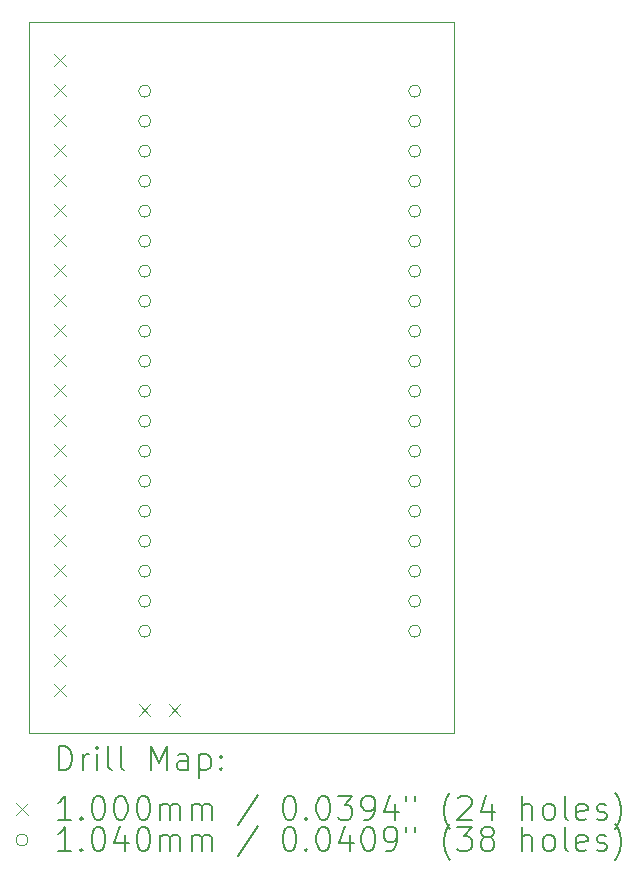
<source format=gbr>
%TF.GenerationSoftware,KiCad,Pcbnew,7.0.6*%
%TF.CreationDate,2024-02-26T11:52:17-05:00*%
%TF.ProjectId,CHESSmate CPU,43484553-536d-4617-9465-204350552e6b,rev?*%
%TF.SameCoordinates,Original*%
%TF.FileFunction,Drillmap*%
%TF.FilePolarity,Positive*%
%FSLAX45Y45*%
G04 Gerber Fmt 4.5, Leading zero omitted, Abs format (unit mm)*
G04 Created by KiCad (PCBNEW 7.0.6) date 2024-02-26 11:52:17*
%MOMM*%
%LPD*%
G01*
G04 APERTURE LIST*
%ADD10C,0.100000*%
%ADD11C,0.200000*%
%ADD12C,0.104000*%
G04 APERTURE END LIST*
D10*
X10910000Y-5411000D02*
X14513000Y-5411000D01*
X14513000Y-11431000D01*
X10910000Y-11431000D01*
X10910000Y-5411000D01*
D11*
D10*
X11125000Y-5687000D02*
X11225000Y-5787000D01*
X11225000Y-5687000D02*
X11125000Y-5787000D01*
X11125000Y-5941000D02*
X11225000Y-6041000D01*
X11225000Y-5941000D02*
X11125000Y-6041000D01*
X11125000Y-6195000D02*
X11225000Y-6295000D01*
X11225000Y-6195000D02*
X11125000Y-6295000D01*
X11125000Y-6449000D02*
X11225000Y-6549000D01*
X11225000Y-6449000D02*
X11125000Y-6549000D01*
X11125000Y-6703000D02*
X11225000Y-6803000D01*
X11225000Y-6703000D02*
X11125000Y-6803000D01*
X11125000Y-6957000D02*
X11225000Y-7057000D01*
X11225000Y-6957000D02*
X11125000Y-7057000D01*
X11125000Y-7211000D02*
X11225000Y-7311000D01*
X11225000Y-7211000D02*
X11125000Y-7311000D01*
X11125000Y-7465000D02*
X11225000Y-7565000D01*
X11225000Y-7465000D02*
X11125000Y-7565000D01*
X11125000Y-7719000D02*
X11225000Y-7819000D01*
X11225000Y-7719000D02*
X11125000Y-7819000D01*
X11125000Y-7973000D02*
X11225000Y-8073000D01*
X11225000Y-7973000D02*
X11125000Y-8073000D01*
X11125000Y-8227000D02*
X11225000Y-8327000D01*
X11225000Y-8227000D02*
X11125000Y-8327000D01*
X11125000Y-8481000D02*
X11225000Y-8581000D01*
X11225000Y-8481000D02*
X11125000Y-8581000D01*
X11125000Y-8735000D02*
X11225000Y-8835000D01*
X11225000Y-8735000D02*
X11125000Y-8835000D01*
X11125000Y-8989000D02*
X11225000Y-9089000D01*
X11225000Y-8989000D02*
X11125000Y-9089000D01*
X11125000Y-9243000D02*
X11225000Y-9343000D01*
X11225000Y-9243000D02*
X11125000Y-9343000D01*
X11125000Y-9497000D02*
X11225000Y-9597000D01*
X11225000Y-9497000D02*
X11125000Y-9597000D01*
X11125000Y-9751000D02*
X11225000Y-9851000D01*
X11225000Y-9751000D02*
X11125000Y-9851000D01*
X11125000Y-10005000D02*
X11225000Y-10105000D01*
X11225000Y-10005000D02*
X11125000Y-10105000D01*
X11125000Y-10259000D02*
X11225000Y-10359000D01*
X11225000Y-10259000D02*
X11125000Y-10359000D01*
X11125000Y-10513000D02*
X11225000Y-10613000D01*
X11225000Y-10513000D02*
X11125000Y-10613000D01*
X11125000Y-10767000D02*
X11225000Y-10867000D01*
X11225000Y-10767000D02*
X11125000Y-10867000D01*
X11125000Y-11021000D02*
X11225000Y-11121000D01*
X11225000Y-11021000D02*
X11125000Y-11121000D01*
X11840500Y-11188000D02*
X11940500Y-11288000D01*
X11940500Y-11188000D02*
X11840500Y-11288000D01*
X12094500Y-11188000D02*
X12194500Y-11288000D01*
X12194500Y-11188000D02*
X12094500Y-11288000D01*
D12*
X11944750Y-5999450D02*
G75*
G03*
X11944750Y-5999450I-52000J0D01*
G01*
X11944750Y-6253450D02*
G75*
G03*
X11944750Y-6253450I-52000J0D01*
G01*
X11944750Y-6507450D02*
G75*
G03*
X11944750Y-6507450I-52000J0D01*
G01*
X11944750Y-6761450D02*
G75*
G03*
X11944750Y-6761450I-52000J0D01*
G01*
X11944750Y-7015450D02*
G75*
G03*
X11944750Y-7015450I-52000J0D01*
G01*
X11944750Y-7269450D02*
G75*
G03*
X11944750Y-7269450I-52000J0D01*
G01*
X11944750Y-7523450D02*
G75*
G03*
X11944750Y-7523450I-52000J0D01*
G01*
X11944750Y-7777450D02*
G75*
G03*
X11944750Y-7777450I-52000J0D01*
G01*
X11944750Y-8031450D02*
G75*
G03*
X11944750Y-8031450I-52000J0D01*
G01*
X11944750Y-8285450D02*
G75*
G03*
X11944750Y-8285450I-52000J0D01*
G01*
X11944750Y-8539450D02*
G75*
G03*
X11944750Y-8539450I-52000J0D01*
G01*
X11944750Y-8793450D02*
G75*
G03*
X11944750Y-8793450I-52000J0D01*
G01*
X11944750Y-9047450D02*
G75*
G03*
X11944750Y-9047450I-52000J0D01*
G01*
X11944750Y-9301450D02*
G75*
G03*
X11944750Y-9301450I-52000J0D01*
G01*
X11944750Y-9555450D02*
G75*
G03*
X11944750Y-9555450I-52000J0D01*
G01*
X11944750Y-9809450D02*
G75*
G03*
X11944750Y-9809450I-52000J0D01*
G01*
X11944750Y-10063450D02*
G75*
G03*
X11944750Y-10063450I-52000J0D01*
G01*
X11944750Y-10317450D02*
G75*
G03*
X11944750Y-10317450I-52000J0D01*
G01*
X11944750Y-10571450D02*
G75*
G03*
X11944750Y-10571450I-52000J0D01*
G01*
X14230750Y-5999450D02*
G75*
G03*
X14230750Y-5999450I-52000J0D01*
G01*
X14230750Y-6253450D02*
G75*
G03*
X14230750Y-6253450I-52000J0D01*
G01*
X14230750Y-6507450D02*
G75*
G03*
X14230750Y-6507450I-52000J0D01*
G01*
X14230750Y-6761450D02*
G75*
G03*
X14230750Y-6761450I-52000J0D01*
G01*
X14230750Y-7015450D02*
G75*
G03*
X14230750Y-7015450I-52000J0D01*
G01*
X14230750Y-7269450D02*
G75*
G03*
X14230750Y-7269450I-52000J0D01*
G01*
X14230750Y-7523450D02*
G75*
G03*
X14230750Y-7523450I-52000J0D01*
G01*
X14230750Y-7777450D02*
G75*
G03*
X14230750Y-7777450I-52000J0D01*
G01*
X14230750Y-8031450D02*
G75*
G03*
X14230750Y-8031450I-52000J0D01*
G01*
X14230750Y-8285450D02*
G75*
G03*
X14230750Y-8285450I-52000J0D01*
G01*
X14230750Y-8539450D02*
G75*
G03*
X14230750Y-8539450I-52000J0D01*
G01*
X14230750Y-8793450D02*
G75*
G03*
X14230750Y-8793450I-52000J0D01*
G01*
X14230750Y-9047450D02*
G75*
G03*
X14230750Y-9047450I-52000J0D01*
G01*
X14230750Y-9301450D02*
G75*
G03*
X14230750Y-9301450I-52000J0D01*
G01*
X14230750Y-9555450D02*
G75*
G03*
X14230750Y-9555450I-52000J0D01*
G01*
X14230750Y-9809450D02*
G75*
G03*
X14230750Y-9809450I-52000J0D01*
G01*
X14230750Y-10063450D02*
G75*
G03*
X14230750Y-10063450I-52000J0D01*
G01*
X14230750Y-10317450D02*
G75*
G03*
X14230750Y-10317450I-52000J0D01*
G01*
X14230750Y-10571450D02*
G75*
G03*
X14230750Y-10571450I-52000J0D01*
G01*
D11*
X11165777Y-11747484D02*
X11165777Y-11547484D01*
X11165777Y-11547484D02*
X11213396Y-11547484D01*
X11213396Y-11547484D02*
X11241967Y-11557008D01*
X11241967Y-11557008D02*
X11261015Y-11576055D01*
X11261015Y-11576055D02*
X11270539Y-11595103D01*
X11270539Y-11595103D02*
X11280062Y-11633198D01*
X11280062Y-11633198D02*
X11280062Y-11661769D01*
X11280062Y-11661769D02*
X11270539Y-11699865D01*
X11270539Y-11699865D02*
X11261015Y-11718912D01*
X11261015Y-11718912D02*
X11241967Y-11737960D01*
X11241967Y-11737960D02*
X11213396Y-11747484D01*
X11213396Y-11747484D02*
X11165777Y-11747484D01*
X11365777Y-11747484D02*
X11365777Y-11614150D01*
X11365777Y-11652246D02*
X11375301Y-11633198D01*
X11375301Y-11633198D02*
X11384824Y-11623674D01*
X11384824Y-11623674D02*
X11403872Y-11614150D01*
X11403872Y-11614150D02*
X11422920Y-11614150D01*
X11489586Y-11747484D02*
X11489586Y-11614150D01*
X11489586Y-11547484D02*
X11480062Y-11557008D01*
X11480062Y-11557008D02*
X11489586Y-11566531D01*
X11489586Y-11566531D02*
X11499110Y-11557008D01*
X11499110Y-11557008D02*
X11489586Y-11547484D01*
X11489586Y-11547484D02*
X11489586Y-11566531D01*
X11613396Y-11747484D02*
X11594348Y-11737960D01*
X11594348Y-11737960D02*
X11584824Y-11718912D01*
X11584824Y-11718912D02*
X11584824Y-11547484D01*
X11718158Y-11747484D02*
X11699110Y-11737960D01*
X11699110Y-11737960D02*
X11689586Y-11718912D01*
X11689586Y-11718912D02*
X11689586Y-11547484D01*
X11946729Y-11747484D02*
X11946729Y-11547484D01*
X11946729Y-11547484D02*
X12013396Y-11690341D01*
X12013396Y-11690341D02*
X12080062Y-11547484D01*
X12080062Y-11547484D02*
X12080062Y-11747484D01*
X12261015Y-11747484D02*
X12261015Y-11642722D01*
X12261015Y-11642722D02*
X12251491Y-11623674D01*
X12251491Y-11623674D02*
X12232443Y-11614150D01*
X12232443Y-11614150D02*
X12194348Y-11614150D01*
X12194348Y-11614150D02*
X12175301Y-11623674D01*
X12261015Y-11737960D02*
X12241967Y-11747484D01*
X12241967Y-11747484D02*
X12194348Y-11747484D01*
X12194348Y-11747484D02*
X12175301Y-11737960D01*
X12175301Y-11737960D02*
X12165777Y-11718912D01*
X12165777Y-11718912D02*
X12165777Y-11699865D01*
X12165777Y-11699865D02*
X12175301Y-11680817D01*
X12175301Y-11680817D02*
X12194348Y-11671293D01*
X12194348Y-11671293D02*
X12241967Y-11671293D01*
X12241967Y-11671293D02*
X12261015Y-11661769D01*
X12356253Y-11614150D02*
X12356253Y-11814150D01*
X12356253Y-11623674D02*
X12375301Y-11614150D01*
X12375301Y-11614150D02*
X12413396Y-11614150D01*
X12413396Y-11614150D02*
X12432443Y-11623674D01*
X12432443Y-11623674D02*
X12441967Y-11633198D01*
X12441967Y-11633198D02*
X12451491Y-11652246D01*
X12451491Y-11652246D02*
X12451491Y-11709388D01*
X12451491Y-11709388D02*
X12441967Y-11728436D01*
X12441967Y-11728436D02*
X12432443Y-11737960D01*
X12432443Y-11737960D02*
X12413396Y-11747484D01*
X12413396Y-11747484D02*
X12375301Y-11747484D01*
X12375301Y-11747484D02*
X12356253Y-11737960D01*
X12537205Y-11728436D02*
X12546729Y-11737960D01*
X12546729Y-11737960D02*
X12537205Y-11747484D01*
X12537205Y-11747484D02*
X12527682Y-11737960D01*
X12527682Y-11737960D02*
X12537205Y-11728436D01*
X12537205Y-11728436D02*
X12537205Y-11747484D01*
X12537205Y-11623674D02*
X12546729Y-11633198D01*
X12546729Y-11633198D02*
X12537205Y-11642722D01*
X12537205Y-11642722D02*
X12527682Y-11633198D01*
X12527682Y-11633198D02*
X12537205Y-11623674D01*
X12537205Y-11623674D02*
X12537205Y-11642722D01*
D10*
X10805000Y-12026000D02*
X10905000Y-12126000D01*
X10905000Y-12026000D02*
X10805000Y-12126000D01*
D11*
X11270539Y-12167484D02*
X11156253Y-12167484D01*
X11213396Y-12167484D02*
X11213396Y-11967484D01*
X11213396Y-11967484D02*
X11194348Y-11996055D01*
X11194348Y-11996055D02*
X11175301Y-12015103D01*
X11175301Y-12015103D02*
X11156253Y-12024627D01*
X11356253Y-12148436D02*
X11365777Y-12157960D01*
X11365777Y-12157960D02*
X11356253Y-12167484D01*
X11356253Y-12167484D02*
X11346729Y-12157960D01*
X11346729Y-12157960D02*
X11356253Y-12148436D01*
X11356253Y-12148436D02*
X11356253Y-12167484D01*
X11489586Y-11967484D02*
X11508634Y-11967484D01*
X11508634Y-11967484D02*
X11527682Y-11977008D01*
X11527682Y-11977008D02*
X11537205Y-11986531D01*
X11537205Y-11986531D02*
X11546729Y-12005579D01*
X11546729Y-12005579D02*
X11556253Y-12043674D01*
X11556253Y-12043674D02*
X11556253Y-12091293D01*
X11556253Y-12091293D02*
X11546729Y-12129388D01*
X11546729Y-12129388D02*
X11537205Y-12148436D01*
X11537205Y-12148436D02*
X11527682Y-12157960D01*
X11527682Y-12157960D02*
X11508634Y-12167484D01*
X11508634Y-12167484D02*
X11489586Y-12167484D01*
X11489586Y-12167484D02*
X11470539Y-12157960D01*
X11470539Y-12157960D02*
X11461015Y-12148436D01*
X11461015Y-12148436D02*
X11451491Y-12129388D01*
X11451491Y-12129388D02*
X11441967Y-12091293D01*
X11441967Y-12091293D02*
X11441967Y-12043674D01*
X11441967Y-12043674D02*
X11451491Y-12005579D01*
X11451491Y-12005579D02*
X11461015Y-11986531D01*
X11461015Y-11986531D02*
X11470539Y-11977008D01*
X11470539Y-11977008D02*
X11489586Y-11967484D01*
X11680062Y-11967484D02*
X11699110Y-11967484D01*
X11699110Y-11967484D02*
X11718158Y-11977008D01*
X11718158Y-11977008D02*
X11727682Y-11986531D01*
X11727682Y-11986531D02*
X11737205Y-12005579D01*
X11737205Y-12005579D02*
X11746729Y-12043674D01*
X11746729Y-12043674D02*
X11746729Y-12091293D01*
X11746729Y-12091293D02*
X11737205Y-12129388D01*
X11737205Y-12129388D02*
X11727682Y-12148436D01*
X11727682Y-12148436D02*
X11718158Y-12157960D01*
X11718158Y-12157960D02*
X11699110Y-12167484D01*
X11699110Y-12167484D02*
X11680062Y-12167484D01*
X11680062Y-12167484D02*
X11661015Y-12157960D01*
X11661015Y-12157960D02*
X11651491Y-12148436D01*
X11651491Y-12148436D02*
X11641967Y-12129388D01*
X11641967Y-12129388D02*
X11632443Y-12091293D01*
X11632443Y-12091293D02*
X11632443Y-12043674D01*
X11632443Y-12043674D02*
X11641967Y-12005579D01*
X11641967Y-12005579D02*
X11651491Y-11986531D01*
X11651491Y-11986531D02*
X11661015Y-11977008D01*
X11661015Y-11977008D02*
X11680062Y-11967484D01*
X11870539Y-11967484D02*
X11889586Y-11967484D01*
X11889586Y-11967484D02*
X11908634Y-11977008D01*
X11908634Y-11977008D02*
X11918158Y-11986531D01*
X11918158Y-11986531D02*
X11927682Y-12005579D01*
X11927682Y-12005579D02*
X11937205Y-12043674D01*
X11937205Y-12043674D02*
X11937205Y-12091293D01*
X11937205Y-12091293D02*
X11927682Y-12129388D01*
X11927682Y-12129388D02*
X11918158Y-12148436D01*
X11918158Y-12148436D02*
X11908634Y-12157960D01*
X11908634Y-12157960D02*
X11889586Y-12167484D01*
X11889586Y-12167484D02*
X11870539Y-12167484D01*
X11870539Y-12167484D02*
X11851491Y-12157960D01*
X11851491Y-12157960D02*
X11841967Y-12148436D01*
X11841967Y-12148436D02*
X11832443Y-12129388D01*
X11832443Y-12129388D02*
X11822920Y-12091293D01*
X11822920Y-12091293D02*
X11822920Y-12043674D01*
X11822920Y-12043674D02*
X11832443Y-12005579D01*
X11832443Y-12005579D02*
X11841967Y-11986531D01*
X11841967Y-11986531D02*
X11851491Y-11977008D01*
X11851491Y-11977008D02*
X11870539Y-11967484D01*
X12022920Y-12167484D02*
X12022920Y-12034150D01*
X12022920Y-12053198D02*
X12032443Y-12043674D01*
X12032443Y-12043674D02*
X12051491Y-12034150D01*
X12051491Y-12034150D02*
X12080063Y-12034150D01*
X12080063Y-12034150D02*
X12099110Y-12043674D01*
X12099110Y-12043674D02*
X12108634Y-12062722D01*
X12108634Y-12062722D02*
X12108634Y-12167484D01*
X12108634Y-12062722D02*
X12118158Y-12043674D01*
X12118158Y-12043674D02*
X12137205Y-12034150D01*
X12137205Y-12034150D02*
X12165777Y-12034150D01*
X12165777Y-12034150D02*
X12184824Y-12043674D01*
X12184824Y-12043674D02*
X12194348Y-12062722D01*
X12194348Y-12062722D02*
X12194348Y-12167484D01*
X12289586Y-12167484D02*
X12289586Y-12034150D01*
X12289586Y-12053198D02*
X12299110Y-12043674D01*
X12299110Y-12043674D02*
X12318158Y-12034150D01*
X12318158Y-12034150D02*
X12346729Y-12034150D01*
X12346729Y-12034150D02*
X12365777Y-12043674D01*
X12365777Y-12043674D02*
X12375301Y-12062722D01*
X12375301Y-12062722D02*
X12375301Y-12167484D01*
X12375301Y-12062722D02*
X12384824Y-12043674D01*
X12384824Y-12043674D02*
X12403872Y-12034150D01*
X12403872Y-12034150D02*
X12432443Y-12034150D01*
X12432443Y-12034150D02*
X12451491Y-12043674D01*
X12451491Y-12043674D02*
X12461015Y-12062722D01*
X12461015Y-12062722D02*
X12461015Y-12167484D01*
X12851491Y-11957960D02*
X12680063Y-12215103D01*
X13108634Y-11967484D02*
X13127682Y-11967484D01*
X13127682Y-11967484D02*
X13146729Y-11977008D01*
X13146729Y-11977008D02*
X13156253Y-11986531D01*
X13156253Y-11986531D02*
X13165777Y-12005579D01*
X13165777Y-12005579D02*
X13175301Y-12043674D01*
X13175301Y-12043674D02*
X13175301Y-12091293D01*
X13175301Y-12091293D02*
X13165777Y-12129388D01*
X13165777Y-12129388D02*
X13156253Y-12148436D01*
X13156253Y-12148436D02*
X13146729Y-12157960D01*
X13146729Y-12157960D02*
X13127682Y-12167484D01*
X13127682Y-12167484D02*
X13108634Y-12167484D01*
X13108634Y-12167484D02*
X13089586Y-12157960D01*
X13089586Y-12157960D02*
X13080063Y-12148436D01*
X13080063Y-12148436D02*
X13070539Y-12129388D01*
X13070539Y-12129388D02*
X13061015Y-12091293D01*
X13061015Y-12091293D02*
X13061015Y-12043674D01*
X13061015Y-12043674D02*
X13070539Y-12005579D01*
X13070539Y-12005579D02*
X13080063Y-11986531D01*
X13080063Y-11986531D02*
X13089586Y-11977008D01*
X13089586Y-11977008D02*
X13108634Y-11967484D01*
X13261015Y-12148436D02*
X13270539Y-12157960D01*
X13270539Y-12157960D02*
X13261015Y-12167484D01*
X13261015Y-12167484D02*
X13251491Y-12157960D01*
X13251491Y-12157960D02*
X13261015Y-12148436D01*
X13261015Y-12148436D02*
X13261015Y-12167484D01*
X13394348Y-11967484D02*
X13413396Y-11967484D01*
X13413396Y-11967484D02*
X13432444Y-11977008D01*
X13432444Y-11977008D02*
X13441967Y-11986531D01*
X13441967Y-11986531D02*
X13451491Y-12005579D01*
X13451491Y-12005579D02*
X13461015Y-12043674D01*
X13461015Y-12043674D02*
X13461015Y-12091293D01*
X13461015Y-12091293D02*
X13451491Y-12129388D01*
X13451491Y-12129388D02*
X13441967Y-12148436D01*
X13441967Y-12148436D02*
X13432444Y-12157960D01*
X13432444Y-12157960D02*
X13413396Y-12167484D01*
X13413396Y-12167484D02*
X13394348Y-12167484D01*
X13394348Y-12167484D02*
X13375301Y-12157960D01*
X13375301Y-12157960D02*
X13365777Y-12148436D01*
X13365777Y-12148436D02*
X13356253Y-12129388D01*
X13356253Y-12129388D02*
X13346729Y-12091293D01*
X13346729Y-12091293D02*
X13346729Y-12043674D01*
X13346729Y-12043674D02*
X13356253Y-12005579D01*
X13356253Y-12005579D02*
X13365777Y-11986531D01*
X13365777Y-11986531D02*
X13375301Y-11977008D01*
X13375301Y-11977008D02*
X13394348Y-11967484D01*
X13527682Y-11967484D02*
X13651491Y-11967484D01*
X13651491Y-11967484D02*
X13584825Y-12043674D01*
X13584825Y-12043674D02*
X13613396Y-12043674D01*
X13613396Y-12043674D02*
X13632444Y-12053198D01*
X13632444Y-12053198D02*
X13641967Y-12062722D01*
X13641967Y-12062722D02*
X13651491Y-12081769D01*
X13651491Y-12081769D02*
X13651491Y-12129388D01*
X13651491Y-12129388D02*
X13641967Y-12148436D01*
X13641967Y-12148436D02*
X13632444Y-12157960D01*
X13632444Y-12157960D02*
X13613396Y-12167484D01*
X13613396Y-12167484D02*
X13556253Y-12167484D01*
X13556253Y-12167484D02*
X13537206Y-12157960D01*
X13537206Y-12157960D02*
X13527682Y-12148436D01*
X13746729Y-12167484D02*
X13784825Y-12167484D01*
X13784825Y-12167484D02*
X13803872Y-12157960D01*
X13803872Y-12157960D02*
X13813396Y-12148436D01*
X13813396Y-12148436D02*
X13832444Y-12119865D01*
X13832444Y-12119865D02*
X13841967Y-12081769D01*
X13841967Y-12081769D02*
X13841967Y-12005579D01*
X13841967Y-12005579D02*
X13832444Y-11986531D01*
X13832444Y-11986531D02*
X13822920Y-11977008D01*
X13822920Y-11977008D02*
X13803872Y-11967484D01*
X13803872Y-11967484D02*
X13765777Y-11967484D01*
X13765777Y-11967484D02*
X13746729Y-11977008D01*
X13746729Y-11977008D02*
X13737206Y-11986531D01*
X13737206Y-11986531D02*
X13727682Y-12005579D01*
X13727682Y-12005579D02*
X13727682Y-12053198D01*
X13727682Y-12053198D02*
X13737206Y-12072246D01*
X13737206Y-12072246D02*
X13746729Y-12081769D01*
X13746729Y-12081769D02*
X13765777Y-12091293D01*
X13765777Y-12091293D02*
X13803872Y-12091293D01*
X13803872Y-12091293D02*
X13822920Y-12081769D01*
X13822920Y-12081769D02*
X13832444Y-12072246D01*
X13832444Y-12072246D02*
X13841967Y-12053198D01*
X14013396Y-12034150D02*
X14013396Y-12167484D01*
X13965777Y-11957960D02*
X13918158Y-12100817D01*
X13918158Y-12100817D02*
X14041967Y-12100817D01*
X14108634Y-11967484D02*
X14108634Y-12005579D01*
X14184825Y-11967484D02*
X14184825Y-12005579D01*
X14480063Y-12243674D02*
X14470539Y-12234150D01*
X14470539Y-12234150D02*
X14451491Y-12205579D01*
X14451491Y-12205579D02*
X14441968Y-12186531D01*
X14441968Y-12186531D02*
X14432444Y-12157960D01*
X14432444Y-12157960D02*
X14422920Y-12110341D01*
X14422920Y-12110341D02*
X14422920Y-12072246D01*
X14422920Y-12072246D02*
X14432444Y-12024627D01*
X14432444Y-12024627D02*
X14441968Y-11996055D01*
X14441968Y-11996055D02*
X14451491Y-11977008D01*
X14451491Y-11977008D02*
X14470539Y-11948436D01*
X14470539Y-11948436D02*
X14480063Y-11938912D01*
X14546729Y-11986531D02*
X14556253Y-11977008D01*
X14556253Y-11977008D02*
X14575301Y-11967484D01*
X14575301Y-11967484D02*
X14622920Y-11967484D01*
X14622920Y-11967484D02*
X14641968Y-11977008D01*
X14641968Y-11977008D02*
X14651491Y-11986531D01*
X14651491Y-11986531D02*
X14661015Y-12005579D01*
X14661015Y-12005579D02*
X14661015Y-12024627D01*
X14661015Y-12024627D02*
X14651491Y-12053198D01*
X14651491Y-12053198D02*
X14537206Y-12167484D01*
X14537206Y-12167484D02*
X14661015Y-12167484D01*
X14832444Y-12034150D02*
X14832444Y-12167484D01*
X14784825Y-11957960D02*
X14737206Y-12100817D01*
X14737206Y-12100817D02*
X14861015Y-12100817D01*
X15089587Y-12167484D02*
X15089587Y-11967484D01*
X15175301Y-12167484D02*
X15175301Y-12062722D01*
X15175301Y-12062722D02*
X15165777Y-12043674D01*
X15165777Y-12043674D02*
X15146730Y-12034150D01*
X15146730Y-12034150D02*
X15118158Y-12034150D01*
X15118158Y-12034150D02*
X15099110Y-12043674D01*
X15099110Y-12043674D02*
X15089587Y-12053198D01*
X15299110Y-12167484D02*
X15280063Y-12157960D01*
X15280063Y-12157960D02*
X15270539Y-12148436D01*
X15270539Y-12148436D02*
X15261015Y-12129388D01*
X15261015Y-12129388D02*
X15261015Y-12072246D01*
X15261015Y-12072246D02*
X15270539Y-12053198D01*
X15270539Y-12053198D02*
X15280063Y-12043674D01*
X15280063Y-12043674D02*
X15299110Y-12034150D01*
X15299110Y-12034150D02*
X15327682Y-12034150D01*
X15327682Y-12034150D02*
X15346730Y-12043674D01*
X15346730Y-12043674D02*
X15356253Y-12053198D01*
X15356253Y-12053198D02*
X15365777Y-12072246D01*
X15365777Y-12072246D02*
X15365777Y-12129388D01*
X15365777Y-12129388D02*
X15356253Y-12148436D01*
X15356253Y-12148436D02*
X15346730Y-12157960D01*
X15346730Y-12157960D02*
X15327682Y-12167484D01*
X15327682Y-12167484D02*
X15299110Y-12167484D01*
X15480063Y-12167484D02*
X15461015Y-12157960D01*
X15461015Y-12157960D02*
X15451491Y-12138912D01*
X15451491Y-12138912D02*
X15451491Y-11967484D01*
X15632444Y-12157960D02*
X15613396Y-12167484D01*
X15613396Y-12167484D02*
X15575301Y-12167484D01*
X15575301Y-12167484D02*
X15556253Y-12157960D01*
X15556253Y-12157960D02*
X15546730Y-12138912D01*
X15546730Y-12138912D02*
X15546730Y-12062722D01*
X15546730Y-12062722D02*
X15556253Y-12043674D01*
X15556253Y-12043674D02*
X15575301Y-12034150D01*
X15575301Y-12034150D02*
X15613396Y-12034150D01*
X15613396Y-12034150D02*
X15632444Y-12043674D01*
X15632444Y-12043674D02*
X15641968Y-12062722D01*
X15641968Y-12062722D02*
X15641968Y-12081769D01*
X15641968Y-12081769D02*
X15546730Y-12100817D01*
X15718158Y-12157960D02*
X15737206Y-12167484D01*
X15737206Y-12167484D02*
X15775301Y-12167484D01*
X15775301Y-12167484D02*
X15794349Y-12157960D01*
X15794349Y-12157960D02*
X15803872Y-12138912D01*
X15803872Y-12138912D02*
X15803872Y-12129388D01*
X15803872Y-12129388D02*
X15794349Y-12110341D01*
X15794349Y-12110341D02*
X15775301Y-12100817D01*
X15775301Y-12100817D02*
X15746730Y-12100817D01*
X15746730Y-12100817D02*
X15727682Y-12091293D01*
X15727682Y-12091293D02*
X15718158Y-12072246D01*
X15718158Y-12072246D02*
X15718158Y-12062722D01*
X15718158Y-12062722D02*
X15727682Y-12043674D01*
X15727682Y-12043674D02*
X15746730Y-12034150D01*
X15746730Y-12034150D02*
X15775301Y-12034150D01*
X15775301Y-12034150D02*
X15794349Y-12043674D01*
X15870539Y-12243674D02*
X15880063Y-12234150D01*
X15880063Y-12234150D02*
X15899111Y-12205579D01*
X15899111Y-12205579D02*
X15908634Y-12186531D01*
X15908634Y-12186531D02*
X15918158Y-12157960D01*
X15918158Y-12157960D02*
X15927682Y-12110341D01*
X15927682Y-12110341D02*
X15927682Y-12072246D01*
X15927682Y-12072246D02*
X15918158Y-12024627D01*
X15918158Y-12024627D02*
X15908634Y-11996055D01*
X15908634Y-11996055D02*
X15899111Y-11977008D01*
X15899111Y-11977008D02*
X15880063Y-11948436D01*
X15880063Y-11948436D02*
X15870539Y-11938912D01*
D12*
X10905000Y-12340000D02*
G75*
G03*
X10905000Y-12340000I-52000J0D01*
G01*
D11*
X11270539Y-12431484D02*
X11156253Y-12431484D01*
X11213396Y-12431484D02*
X11213396Y-12231484D01*
X11213396Y-12231484D02*
X11194348Y-12260055D01*
X11194348Y-12260055D02*
X11175301Y-12279103D01*
X11175301Y-12279103D02*
X11156253Y-12288627D01*
X11356253Y-12412436D02*
X11365777Y-12421960D01*
X11365777Y-12421960D02*
X11356253Y-12431484D01*
X11356253Y-12431484D02*
X11346729Y-12421960D01*
X11346729Y-12421960D02*
X11356253Y-12412436D01*
X11356253Y-12412436D02*
X11356253Y-12431484D01*
X11489586Y-12231484D02*
X11508634Y-12231484D01*
X11508634Y-12231484D02*
X11527682Y-12241008D01*
X11527682Y-12241008D02*
X11537205Y-12250531D01*
X11537205Y-12250531D02*
X11546729Y-12269579D01*
X11546729Y-12269579D02*
X11556253Y-12307674D01*
X11556253Y-12307674D02*
X11556253Y-12355293D01*
X11556253Y-12355293D02*
X11546729Y-12393388D01*
X11546729Y-12393388D02*
X11537205Y-12412436D01*
X11537205Y-12412436D02*
X11527682Y-12421960D01*
X11527682Y-12421960D02*
X11508634Y-12431484D01*
X11508634Y-12431484D02*
X11489586Y-12431484D01*
X11489586Y-12431484D02*
X11470539Y-12421960D01*
X11470539Y-12421960D02*
X11461015Y-12412436D01*
X11461015Y-12412436D02*
X11451491Y-12393388D01*
X11451491Y-12393388D02*
X11441967Y-12355293D01*
X11441967Y-12355293D02*
X11441967Y-12307674D01*
X11441967Y-12307674D02*
X11451491Y-12269579D01*
X11451491Y-12269579D02*
X11461015Y-12250531D01*
X11461015Y-12250531D02*
X11470539Y-12241008D01*
X11470539Y-12241008D02*
X11489586Y-12231484D01*
X11727682Y-12298150D02*
X11727682Y-12431484D01*
X11680062Y-12221960D02*
X11632443Y-12364817D01*
X11632443Y-12364817D02*
X11756253Y-12364817D01*
X11870539Y-12231484D02*
X11889586Y-12231484D01*
X11889586Y-12231484D02*
X11908634Y-12241008D01*
X11908634Y-12241008D02*
X11918158Y-12250531D01*
X11918158Y-12250531D02*
X11927682Y-12269579D01*
X11927682Y-12269579D02*
X11937205Y-12307674D01*
X11937205Y-12307674D02*
X11937205Y-12355293D01*
X11937205Y-12355293D02*
X11927682Y-12393388D01*
X11927682Y-12393388D02*
X11918158Y-12412436D01*
X11918158Y-12412436D02*
X11908634Y-12421960D01*
X11908634Y-12421960D02*
X11889586Y-12431484D01*
X11889586Y-12431484D02*
X11870539Y-12431484D01*
X11870539Y-12431484D02*
X11851491Y-12421960D01*
X11851491Y-12421960D02*
X11841967Y-12412436D01*
X11841967Y-12412436D02*
X11832443Y-12393388D01*
X11832443Y-12393388D02*
X11822920Y-12355293D01*
X11822920Y-12355293D02*
X11822920Y-12307674D01*
X11822920Y-12307674D02*
X11832443Y-12269579D01*
X11832443Y-12269579D02*
X11841967Y-12250531D01*
X11841967Y-12250531D02*
X11851491Y-12241008D01*
X11851491Y-12241008D02*
X11870539Y-12231484D01*
X12022920Y-12431484D02*
X12022920Y-12298150D01*
X12022920Y-12317198D02*
X12032443Y-12307674D01*
X12032443Y-12307674D02*
X12051491Y-12298150D01*
X12051491Y-12298150D02*
X12080063Y-12298150D01*
X12080063Y-12298150D02*
X12099110Y-12307674D01*
X12099110Y-12307674D02*
X12108634Y-12326722D01*
X12108634Y-12326722D02*
X12108634Y-12431484D01*
X12108634Y-12326722D02*
X12118158Y-12307674D01*
X12118158Y-12307674D02*
X12137205Y-12298150D01*
X12137205Y-12298150D02*
X12165777Y-12298150D01*
X12165777Y-12298150D02*
X12184824Y-12307674D01*
X12184824Y-12307674D02*
X12194348Y-12326722D01*
X12194348Y-12326722D02*
X12194348Y-12431484D01*
X12289586Y-12431484D02*
X12289586Y-12298150D01*
X12289586Y-12317198D02*
X12299110Y-12307674D01*
X12299110Y-12307674D02*
X12318158Y-12298150D01*
X12318158Y-12298150D02*
X12346729Y-12298150D01*
X12346729Y-12298150D02*
X12365777Y-12307674D01*
X12365777Y-12307674D02*
X12375301Y-12326722D01*
X12375301Y-12326722D02*
X12375301Y-12431484D01*
X12375301Y-12326722D02*
X12384824Y-12307674D01*
X12384824Y-12307674D02*
X12403872Y-12298150D01*
X12403872Y-12298150D02*
X12432443Y-12298150D01*
X12432443Y-12298150D02*
X12451491Y-12307674D01*
X12451491Y-12307674D02*
X12461015Y-12326722D01*
X12461015Y-12326722D02*
X12461015Y-12431484D01*
X12851491Y-12221960D02*
X12680063Y-12479103D01*
X13108634Y-12231484D02*
X13127682Y-12231484D01*
X13127682Y-12231484D02*
X13146729Y-12241008D01*
X13146729Y-12241008D02*
X13156253Y-12250531D01*
X13156253Y-12250531D02*
X13165777Y-12269579D01*
X13165777Y-12269579D02*
X13175301Y-12307674D01*
X13175301Y-12307674D02*
X13175301Y-12355293D01*
X13175301Y-12355293D02*
X13165777Y-12393388D01*
X13165777Y-12393388D02*
X13156253Y-12412436D01*
X13156253Y-12412436D02*
X13146729Y-12421960D01*
X13146729Y-12421960D02*
X13127682Y-12431484D01*
X13127682Y-12431484D02*
X13108634Y-12431484D01*
X13108634Y-12431484D02*
X13089586Y-12421960D01*
X13089586Y-12421960D02*
X13080063Y-12412436D01*
X13080063Y-12412436D02*
X13070539Y-12393388D01*
X13070539Y-12393388D02*
X13061015Y-12355293D01*
X13061015Y-12355293D02*
X13061015Y-12307674D01*
X13061015Y-12307674D02*
X13070539Y-12269579D01*
X13070539Y-12269579D02*
X13080063Y-12250531D01*
X13080063Y-12250531D02*
X13089586Y-12241008D01*
X13089586Y-12241008D02*
X13108634Y-12231484D01*
X13261015Y-12412436D02*
X13270539Y-12421960D01*
X13270539Y-12421960D02*
X13261015Y-12431484D01*
X13261015Y-12431484D02*
X13251491Y-12421960D01*
X13251491Y-12421960D02*
X13261015Y-12412436D01*
X13261015Y-12412436D02*
X13261015Y-12431484D01*
X13394348Y-12231484D02*
X13413396Y-12231484D01*
X13413396Y-12231484D02*
X13432444Y-12241008D01*
X13432444Y-12241008D02*
X13441967Y-12250531D01*
X13441967Y-12250531D02*
X13451491Y-12269579D01*
X13451491Y-12269579D02*
X13461015Y-12307674D01*
X13461015Y-12307674D02*
X13461015Y-12355293D01*
X13461015Y-12355293D02*
X13451491Y-12393388D01*
X13451491Y-12393388D02*
X13441967Y-12412436D01*
X13441967Y-12412436D02*
X13432444Y-12421960D01*
X13432444Y-12421960D02*
X13413396Y-12431484D01*
X13413396Y-12431484D02*
X13394348Y-12431484D01*
X13394348Y-12431484D02*
X13375301Y-12421960D01*
X13375301Y-12421960D02*
X13365777Y-12412436D01*
X13365777Y-12412436D02*
X13356253Y-12393388D01*
X13356253Y-12393388D02*
X13346729Y-12355293D01*
X13346729Y-12355293D02*
X13346729Y-12307674D01*
X13346729Y-12307674D02*
X13356253Y-12269579D01*
X13356253Y-12269579D02*
X13365777Y-12250531D01*
X13365777Y-12250531D02*
X13375301Y-12241008D01*
X13375301Y-12241008D02*
X13394348Y-12231484D01*
X13632444Y-12298150D02*
X13632444Y-12431484D01*
X13584825Y-12221960D02*
X13537206Y-12364817D01*
X13537206Y-12364817D02*
X13661015Y-12364817D01*
X13775301Y-12231484D02*
X13794348Y-12231484D01*
X13794348Y-12231484D02*
X13813396Y-12241008D01*
X13813396Y-12241008D02*
X13822920Y-12250531D01*
X13822920Y-12250531D02*
X13832444Y-12269579D01*
X13832444Y-12269579D02*
X13841967Y-12307674D01*
X13841967Y-12307674D02*
X13841967Y-12355293D01*
X13841967Y-12355293D02*
X13832444Y-12393388D01*
X13832444Y-12393388D02*
X13822920Y-12412436D01*
X13822920Y-12412436D02*
X13813396Y-12421960D01*
X13813396Y-12421960D02*
X13794348Y-12431484D01*
X13794348Y-12431484D02*
X13775301Y-12431484D01*
X13775301Y-12431484D02*
X13756253Y-12421960D01*
X13756253Y-12421960D02*
X13746729Y-12412436D01*
X13746729Y-12412436D02*
X13737206Y-12393388D01*
X13737206Y-12393388D02*
X13727682Y-12355293D01*
X13727682Y-12355293D02*
X13727682Y-12307674D01*
X13727682Y-12307674D02*
X13737206Y-12269579D01*
X13737206Y-12269579D02*
X13746729Y-12250531D01*
X13746729Y-12250531D02*
X13756253Y-12241008D01*
X13756253Y-12241008D02*
X13775301Y-12231484D01*
X13937206Y-12431484D02*
X13975301Y-12431484D01*
X13975301Y-12431484D02*
X13994348Y-12421960D01*
X13994348Y-12421960D02*
X14003872Y-12412436D01*
X14003872Y-12412436D02*
X14022920Y-12383865D01*
X14022920Y-12383865D02*
X14032444Y-12345769D01*
X14032444Y-12345769D02*
X14032444Y-12269579D01*
X14032444Y-12269579D02*
X14022920Y-12250531D01*
X14022920Y-12250531D02*
X14013396Y-12241008D01*
X14013396Y-12241008D02*
X13994348Y-12231484D01*
X13994348Y-12231484D02*
X13956253Y-12231484D01*
X13956253Y-12231484D02*
X13937206Y-12241008D01*
X13937206Y-12241008D02*
X13927682Y-12250531D01*
X13927682Y-12250531D02*
X13918158Y-12269579D01*
X13918158Y-12269579D02*
X13918158Y-12317198D01*
X13918158Y-12317198D02*
X13927682Y-12336246D01*
X13927682Y-12336246D02*
X13937206Y-12345769D01*
X13937206Y-12345769D02*
X13956253Y-12355293D01*
X13956253Y-12355293D02*
X13994348Y-12355293D01*
X13994348Y-12355293D02*
X14013396Y-12345769D01*
X14013396Y-12345769D02*
X14022920Y-12336246D01*
X14022920Y-12336246D02*
X14032444Y-12317198D01*
X14108634Y-12231484D02*
X14108634Y-12269579D01*
X14184825Y-12231484D02*
X14184825Y-12269579D01*
X14480063Y-12507674D02*
X14470539Y-12498150D01*
X14470539Y-12498150D02*
X14451491Y-12469579D01*
X14451491Y-12469579D02*
X14441968Y-12450531D01*
X14441968Y-12450531D02*
X14432444Y-12421960D01*
X14432444Y-12421960D02*
X14422920Y-12374341D01*
X14422920Y-12374341D02*
X14422920Y-12336246D01*
X14422920Y-12336246D02*
X14432444Y-12288627D01*
X14432444Y-12288627D02*
X14441968Y-12260055D01*
X14441968Y-12260055D02*
X14451491Y-12241008D01*
X14451491Y-12241008D02*
X14470539Y-12212436D01*
X14470539Y-12212436D02*
X14480063Y-12202912D01*
X14537206Y-12231484D02*
X14661015Y-12231484D01*
X14661015Y-12231484D02*
X14594348Y-12307674D01*
X14594348Y-12307674D02*
X14622920Y-12307674D01*
X14622920Y-12307674D02*
X14641968Y-12317198D01*
X14641968Y-12317198D02*
X14651491Y-12326722D01*
X14651491Y-12326722D02*
X14661015Y-12345769D01*
X14661015Y-12345769D02*
X14661015Y-12393388D01*
X14661015Y-12393388D02*
X14651491Y-12412436D01*
X14651491Y-12412436D02*
X14641968Y-12421960D01*
X14641968Y-12421960D02*
X14622920Y-12431484D01*
X14622920Y-12431484D02*
X14565777Y-12431484D01*
X14565777Y-12431484D02*
X14546729Y-12421960D01*
X14546729Y-12421960D02*
X14537206Y-12412436D01*
X14775301Y-12317198D02*
X14756253Y-12307674D01*
X14756253Y-12307674D02*
X14746729Y-12298150D01*
X14746729Y-12298150D02*
X14737206Y-12279103D01*
X14737206Y-12279103D02*
X14737206Y-12269579D01*
X14737206Y-12269579D02*
X14746729Y-12250531D01*
X14746729Y-12250531D02*
X14756253Y-12241008D01*
X14756253Y-12241008D02*
X14775301Y-12231484D01*
X14775301Y-12231484D02*
X14813396Y-12231484D01*
X14813396Y-12231484D02*
X14832444Y-12241008D01*
X14832444Y-12241008D02*
X14841968Y-12250531D01*
X14841968Y-12250531D02*
X14851491Y-12269579D01*
X14851491Y-12269579D02*
X14851491Y-12279103D01*
X14851491Y-12279103D02*
X14841968Y-12298150D01*
X14841968Y-12298150D02*
X14832444Y-12307674D01*
X14832444Y-12307674D02*
X14813396Y-12317198D01*
X14813396Y-12317198D02*
X14775301Y-12317198D01*
X14775301Y-12317198D02*
X14756253Y-12326722D01*
X14756253Y-12326722D02*
X14746729Y-12336246D01*
X14746729Y-12336246D02*
X14737206Y-12355293D01*
X14737206Y-12355293D02*
X14737206Y-12393388D01*
X14737206Y-12393388D02*
X14746729Y-12412436D01*
X14746729Y-12412436D02*
X14756253Y-12421960D01*
X14756253Y-12421960D02*
X14775301Y-12431484D01*
X14775301Y-12431484D02*
X14813396Y-12431484D01*
X14813396Y-12431484D02*
X14832444Y-12421960D01*
X14832444Y-12421960D02*
X14841968Y-12412436D01*
X14841968Y-12412436D02*
X14851491Y-12393388D01*
X14851491Y-12393388D02*
X14851491Y-12355293D01*
X14851491Y-12355293D02*
X14841968Y-12336246D01*
X14841968Y-12336246D02*
X14832444Y-12326722D01*
X14832444Y-12326722D02*
X14813396Y-12317198D01*
X15089587Y-12431484D02*
X15089587Y-12231484D01*
X15175301Y-12431484D02*
X15175301Y-12326722D01*
X15175301Y-12326722D02*
X15165777Y-12307674D01*
X15165777Y-12307674D02*
X15146730Y-12298150D01*
X15146730Y-12298150D02*
X15118158Y-12298150D01*
X15118158Y-12298150D02*
X15099110Y-12307674D01*
X15099110Y-12307674D02*
X15089587Y-12317198D01*
X15299110Y-12431484D02*
X15280063Y-12421960D01*
X15280063Y-12421960D02*
X15270539Y-12412436D01*
X15270539Y-12412436D02*
X15261015Y-12393388D01*
X15261015Y-12393388D02*
X15261015Y-12336246D01*
X15261015Y-12336246D02*
X15270539Y-12317198D01*
X15270539Y-12317198D02*
X15280063Y-12307674D01*
X15280063Y-12307674D02*
X15299110Y-12298150D01*
X15299110Y-12298150D02*
X15327682Y-12298150D01*
X15327682Y-12298150D02*
X15346730Y-12307674D01*
X15346730Y-12307674D02*
X15356253Y-12317198D01*
X15356253Y-12317198D02*
X15365777Y-12336246D01*
X15365777Y-12336246D02*
X15365777Y-12393388D01*
X15365777Y-12393388D02*
X15356253Y-12412436D01*
X15356253Y-12412436D02*
X15346730Y-12421960D01*
X15346730Y-12421960D02*
X15327682Y-12431484D01*
X15327682Y-12431484D02*
X15299110Y-12431484D01*
X15480063Y-12431484D02*
X15461015Y-12421960D01*
X15461015Y-12421960D02*
X15451491Y-12402912D01*
X15451491Y-12402912D02*
X15451491Y-12231484D01*
X15632444Y-12421960D02*
X15613396Y-12431484D01*
X15613396Y-12431484D02*
X15575301Y-12431484D01*
X15575301Y-12431484D02*
X15556253Y-12421960D01*
X15556253Y-12421960D02*
X15546730Y-12402912D01*
X15546730Y-12402912D02*
X15546730Y-12326722D01*
X15546730Y-12326722D02*
X15556253Y-12307674D01*
X15556253Y-12307674D02*
X15575301Y-12298150D01*
X15575301Y-12298150D02*
X15613396Y-12298150D01*
X15613396Y-12298150D02*
X15632444Y-12307674D01*
X15632444Y-12307674D02*
X15641968Y-12326722D01*
X15641968Y-12326722D02*
X15641968Y-12345769D01*
X15641968Y-12345769D02*
X15546730Y-12364817D01*
X15718158Y-12421960D02*
X15737206Y-12431484D01*
X15737206Y-12431484D02*
X15775301Y-12431484D01*
X15775301Y-12431484D02*
X15794349Y-12421960D01*
X15794349Y-12421960D02*
X15803872Y-12402912D01*
X15803872Y-12402912D02*
X15803872Y-12393388D01*
X15803872Y-12393388D02*
X15794349Y-12374341D01*
X15794349Y-12374341D02*
X15775301Y-12364817D01*
X15775301Y-12364817D02*
X15746730Y-12364817D01*
X15746730Y-12364817D02*
X15727682Y-12355293D01*
X15727682Y-12355293D02*
X15718158Y-12336246D01*
X15718158Y-12336246D02*
X15718158Y-12326722D01*
X15718158Y-12326722D02*
X15727682Y-12307674D01*
X15727682Y-12307674D02*
X15746730Y-12298150D01*
X15746730Y-12298150D02*
X15775301Y-12298150D01*
X15775301Y-12298150D02*
X15794349Y-12307674D01*
X15870539Y-12507674D02*
X15880063Y-12498150D01*
X15880063Y-12498150D02*
X15899111Y-12469579D01*
X15899111Y-12469579D02*
X15908634Y-12450531D01*
X15908634Y-12450531D02*
X15918158Y-12421960D01*
X15918158Y-12421960D02*
X15927682Y-12374341D01*
X15927682Y-12374341D02*
X15927682Y-12336246D01*
X15927682Y-12336246D02*
X15918158Y-12288627D01*
X15918158Y-12288627D02*
X15908634Y-12260055D01*
X15908634Y-12260055D02*
X15899111Y-12241008D01*
X15899111Y-12241008D02*
X15880063Y-12212436D01*
X15880063Y-12212436D02*
X15870539Y-12202912D01*
M02*

</source>
